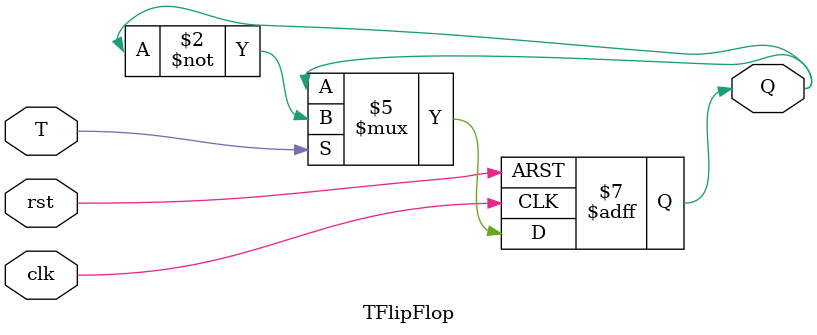
<source format=v>
module TFlipFlop (
    input  wire clk, rst, T,
    output reg Q 	  
);

  initial begin
     Q<=1'b0;
	 end
  
  
	 always @(posedge clk or posedge rst) begin
	
        if (rst)
            Q <= 1'b0;       // Reset
        else if (T)
            Q <= ~Q;         // Toggle if T=1
        else
            Q <= Q;          // Hold if T=0
    end
endmodule

</source>
